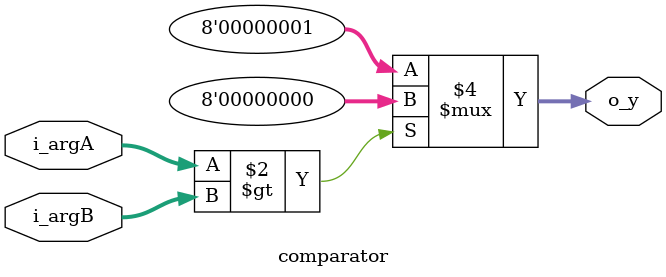
<source format=sv>
module comparator #(parameter M=8)(i_argA, i_argB, o_y);

input logic [M-1:0] i_argA; //M-bitowe wejscie A
input logic [M-1:0] i_argB; //M-bitowe wejscie B
output logic [M-1:0] o_y; //wyjscie

always @(i_argA or i_argB)
	begin
		if(i_argA > i_argB)	
			begin
				o_y = 0;
			end
		else
			begin
				o_y = 1;
			end
			
	end

endmodule

</source>
